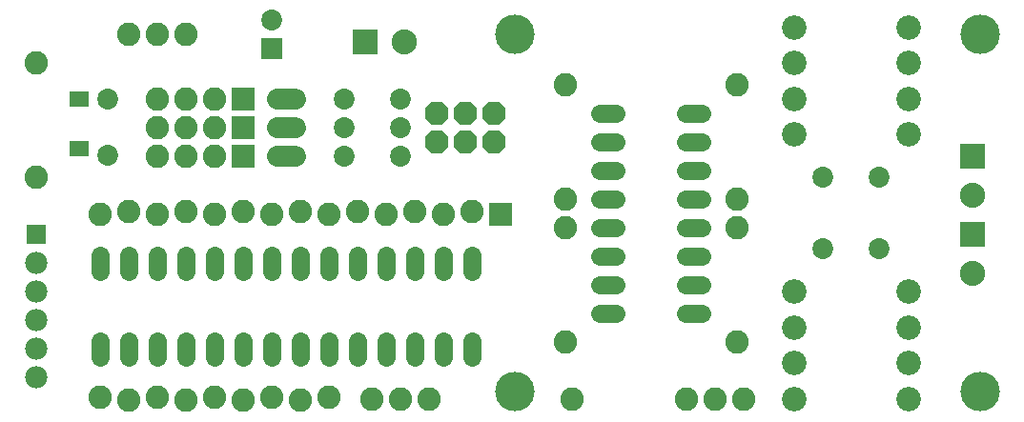
<source format=gts>
G75*
%MOIN*%
%OFA0B0*%
%FSLAX24Y24*%
%IPPOS*%
%LPD*%
%AMOC8*
5,1,8,0,0,1.08239X$1,22.5*
%
%ADD10C,0.0640*%
%ADD11C,0.0820*%
%ADD12C,0.0720*%
%ADD13R,0.0820X0.0820*%
%ADD14C,0.0730*%
%ADD15R,0.0330X0.0580*%
%ADD16R,0.0714X0.0714*%
%ADD17C,0.0780*%
%ADD18C,0.0860*%
%ADD19OC8,0.0820*%
%ADD20C,0.1380*%
%ADD21R,0.0880X0.0880*%
%ADD22C,0.0880*%
%ADD23R,0.0730X0.0730*%
D10*
X003180Y002650D02*
X003180Y003210D01*
X004180Y003210D02*
X004180Y002650D01*
X005180Y002650D02*
X005180Y003210D01*
X006180Y003210D02*
X006180Y002650D01*
X007180Y002650D02*
X007180Y003210D01*
X008180Y003210D02*
X008180Y002650D01*
X009180Y002650D02*
X009180Y003210D01*
X010180Y003210D02*
X010180Y002650D01*
X011180Y002650D02*
X011180Y003210D01*
X012180Y003210D02*
X012180Y002650D01*
X013180Y002650D02*
X013180Y003210D01*
X014180Y003210D02*
X014180Y002650D01*
X015180Y002650D02*
X015180Y003210D01*
X016180Y003210D02*
X016180Y002650D01*
X020650Y004180D02*
X021210Y004180D01*
X021210Y005180D02*
X020650Y005180D01*
X020650Y006180D02*
X021210Y006180D01*
X021210Y007180D02*
X020650Y007180D01*
X020650Y008180D02*
X021210Y008180D01*
X021210Y009180D02*
X020650Y009180D01*
X020650Y010180D02*
X021210Y010180D01*
X021210Y011180D02*
X020650Y011180D01*
X023650Y011180D02*
X024210Y011180D01*
X024210Y010180D02*
X023650Y010180D01*
X023650Y009180D02*
X024210Y009180D01*
X024210Y008180D02*
X023650Y008180D01*
X023650Y007180D02*
X024210Y007180D01*
X024210Y006180D02*
X023650Y006180D01*
X023650Y005180D02*
X024210Y005180D01*
X024210Y004180D02*
X023650Y004180D01*
X016180Y005650D02*
X016180Y006210D01*
X015180Y006210D02*
X015180Y005650D01*
X014180Y005650D02*
X014180Y006210D01*
X013180Y006210D02*
X013180Y005650D01*
X012180Y005650D02*
X012180Y006210D01*
X011180Y006210D02*
X011180Y005650D01*
X010180Y005650D02*
X010180Y006210D01*
X009180Y006210D02*
X009180Y005650D01*
X008180Y005650D02*
X008180Y006210D01*
X007180Y006210D02*
X007180Y005650D01*
X006180Y005650D02*
X006180Y006210D01*
X005180Y006210D02*
X005180Y005650D01*
X004180Y005650D02*
X004180Y006210D01*
X003180Y006210D02*
X003180Y005650D01*
D11*
X003180Y001230D03*
X004180Y001130D03*
X005180Y001230D03*
X006180Y001130D03*
X007180Y001230D03*
X008180Y001130D03*
X009180Y001230D03*
X010180Y001130D03*
X011180Y001230D03*
X012680Y001180D03*
X013680Y001180D03*
X014680Y001180D03*
X019430Y003180D03*
X019680Y001180D03*
X023680Y001180D03*
X024680Y001180D03*
X025680Y001180D03*
X025430Y003180D03*
X025430Y007180D03*
X025430Y008180D03*
X019430Y008180D03*
X019430Y007180D03*
X016180Y007730D03*
X015180Y007630D03*
X014180Y007730D03*
X013180Y007630D03*
X012180Y007730D03*
X011180Y007630D03*
X010180Y007730D03*
X009180Y007630D03*
X008180Y007730D03*
X007180Y007630D03*
X006180Y007730D03*
X005180Y007630D03*
X004180Y007730D03*
X003180Y007630D03*
X000930Y008930D03*
X005180Y009680D03*
X006180Y009680D03*
X007180Y009680D03*
X007180Y010680D03*
X006180Y010680D03*
X005180Y010680D03*
X005180Y011680D03*
X006180Y011680D03*
X007180Y011680D03*
X006180Y013930D03*
X005180Y013930D03*
X004180Y013930D03*
X000930Y012930D03*
X019430Y012180D03*
X025430Y012180D03*
D12*
X010000Y011680D02*
X009360Y011680D01*
X009360Y010680D02*
X010000Y010680D01*
X010000Y009680D02*
X009360Y009680D01*
D13*
X008180Y009680D03*
X008180Y010680D03*
X008180Y011680D03*
X017180Y007630D03*
D14*
X013664Y009680D03*
X011696Y009680D03*
X011696Y010680D03*
X013664Y010680D03*
X013664Y011680D03*
X011696Y011680D03*
X009180Y014430D03*
X003430Y011664D03*
X003430Y009696D03*
X028446Y008930D03*
X030414Y008930D03*
X030414Y006430D03*
X028446Y006430D03*
D15*
X002592Y009930D03*
X002268Y009930D03*
X002253Y011680D03*
X002607Y011680D03*
D16*
X000930Y006930D03*
D17*
X000930Y005930D03*
X000930Y004930D03*
X000930Y003930D03*
X000930Y002930D03*
X000930Y001930D03*
D18*
X027430Y002430D03*
X027430Y001180D03*
X031430Y001180D03*
X031430Y002430D03*
X031430Y003680D03*
X031430Y004930D03*
X027430Y004930D03*
X027430Y003680D03*
X027430Y010430D03*
X027430Y011680D03*
X027430Y012930D03*
X027430Y014180D03*
X031430Y014180D03*
X031430Y012930D03*
X031430Y011680D03*
X031430Y010430D03*
D19*
X016930Y010180D03*
X015930Y010180D03*
X014930Y010180D03*
X014930Y011180D03*
X015930Y011180D03*
X016930Y011180D03*
D20*
X017680Y013930D03*
X033930Y013930D03*
X033930Y001430D03*
X017680Y001430D03*
D21*
X033680Y006930D03*
X033680Y009680D03*
X012430Y013680D03*
D22*
X013808Y013680D03*
X033680Y008302D03*
X033680Y005552D03*
D23*
X009180Y013430D03*
M02*

</source>
